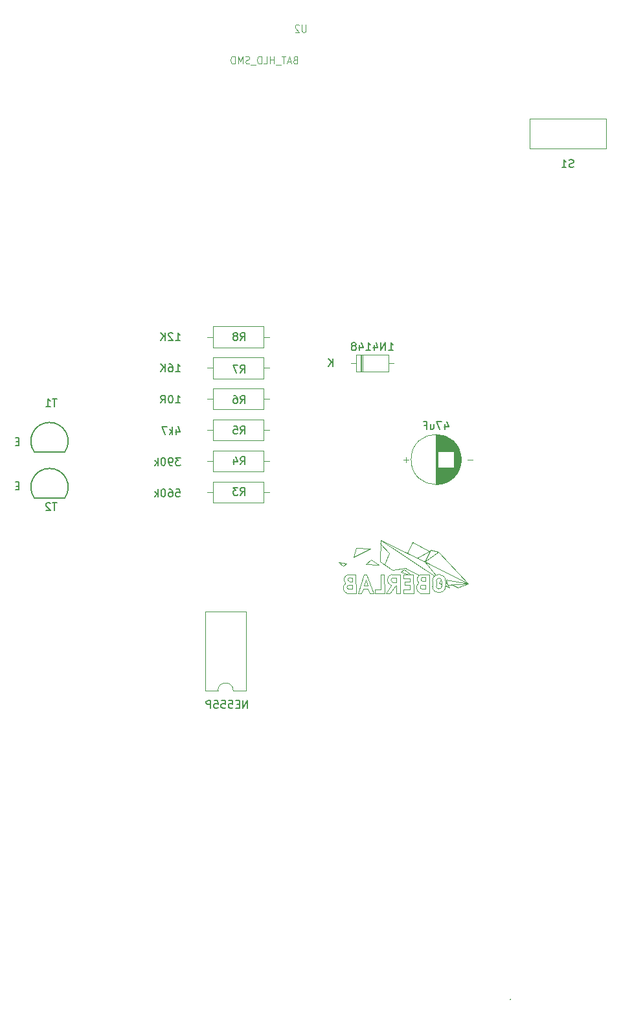
<source format=gbr>
%TF.GenerationSoftware,KiCad,Pcbnew,9.0.6*%
%TF.CreationDate,2025-12-18T17:12:23+01:00*%
%TF.ProjectId,Santa,53616e74-612e-46b6-9963-61645f706362,rev?*%
%TF.SameCoordinates,Original*%
%TF.FileFunction,Legend,Bot*%
%TF.FilePolarity,Positive*%
%FSLAX46Y46*%
G04 Gerber Fmt 4.6, Leading zero omitted, Abs format (unit mm)*
G04 Created by KiCad (PCBNEW 9.0.6) date 2025-12-18 17:12:23*
%MOMM*%
%LPD*%
G01*
G04 APERTURE LIST*
%ADD10C,0.150000*%
%ADD11C,0.050000*%
%ADD12C,0.120000*%
%ADD13C,0.010000*%
G04 APERTURE END LIST*
D10*
X102014285Y-102468990D02*
X101680952Y-102468990D01*
X101538095Y-101945180D02*
X102014285Y-101945180D01*
X102014285Y-101945180D02*
X102014285Y-102945180D01*
X102014285Y-102945180D02*
X101538095Y-102945180D01*
X102014285Y-96668990D02*
X101680952Y-96668990D01*
X101538095Y-96145180D02*
X102014285Y-96145180D01*
X102014285Y-96145180D02*
X102014285Y-97145180D01*
X102014285Y-97145180D02*
X101538095Y-97145180D01*
X104013424Y-98018983D02*
G75*
G02*
X107999999Y-98000000I1986576J1418983D01*
G01*
X104000000Y-98000000D02*
X107999998Y-98000000D01*
X104013424Y-104018983D02*
G75*
G02*
X107999999Y-104000000I1986576J1418983D01*
G01*
X104000000Y-104000000D02*
X107999998Y-104000000D01*
X130966666Y-103654819D02*
X131299999Y-103178628D01*
X131538094Y-103654819D02*
X131538094Y-102654819D01*
X131538094Y-102654819D02*
X131157142Y-102654819D01*
X131157142Y-102654819D02*
X131061904Y-102702438D01*
X131061904Y-102702438D02*
X131014285Y-102750057D01*
X131014285Y-102750057D02*
X130966666Y-102845295D01*
X130966666Y-102845295D02*
X130966666Y-102988152D01*
X130966666Y-102988152D02*
X131014285Y-103083390D01*
X131014285Y-103083390D02*
X131061904Y-103131009D01*
X131061904Y-103131009D02*
X131157142Y-103178628D01*
X131157142Y-103178628D02*
X131538094Y-103178628D01*
X130633332Y-102654819D02*
X130014285Y-102654819D01*
X130014285Y-102654819D02*
X130347618Y-103035771D01*
X130347618Y-103035771D02*
X130204761Y-103035771D01*
X130204761Y-103035771D02*
X130109523Y-103083390D01*
X130109523Y-103083390D02*
X130061904Y-103131009D01*
X130061904Y-103131009D02*
X130014285Y-103226247D01*
X130014285Y-103226247D02*
X130014285Y-103464342D01*
X130014285Y-103464342D02*
X130061904Y-103559580D01*
X130061904Y-103559580D02*
X130109523Y-103607200D01*
X130109523Y-103607200D02*
X130204761Y-103654819D01*
X130204761Y-103654819D02*
X130490475Y-103654819D01*
X130490475Y-103654819D02*
X130585713Y-103607200D01*
X130585713Y-103607200D02*
X130633332Y-103559580D01*
X122538094Y-102854819D02*
X123014284Y-102854819D01*
X123014284Y-102854819D02*
X123061903Y-103331009D01*
X123061903Y-103331009D02*
X123014284Y-103283390D01*
X123014284Y-103283390D02*
X122919046Y-103235771D01*
X122919046Y-103235771D02*
X122680951Y-103235771D01*
X122680951Y-103235771D02*
X122585713Y-103283390D01*
X122585713Y-103283390D02*
X122538094Y-103331009D01*
X122538094Y-103331009D02*
X122490475Y-103426247D01*
X122490475Y-103426247D02*
X122490475Y-103664342D01*
X122490475Y-103664342D02*
X122538094Y-103759580D01*
X122538094Y-103759580D02*
X122585713Y-103807200D01*
X122585713Y-103807200D02*
X122680951Y-103854819D01*
X122680951Y-103854819D02*
X122919046Y-103854819D01*
X122919046Y-103854819D02*
X123014284Y-103807200D01*
X123014284Y-103807200D02*
X123061903Y-103759580D01*
X121633332Y-102854819D02*
X121823808Y-102854819D01*
X121823808Y-102854819D02*
X121919046Y-102902438D01*
X121919046Y-102902438D02*
X121966665Y-102950057D01*
X121966665Y-102950057D02*
X122061903Y-103092914D01*
X122061903Y-103092914D02*
X122109522Y-103283390D01*
X122109522Y-103283390D02*
X122109522Y-103664342D01*
X122109522Y-103664342D02*
X122061903Y-103759580D01*
X122061903Y-103759580D02*
X122014284Y-103807200D01*
X122014284Y-103807200D02*
X121919046Y-103854819D01*
X121919046Y-103854819D02*
X121728570Y-103854819D01*
X121728570Y-103854819D02*
X121633332Y-103807200D01*
X121633332Y-103807200D02*
X121585713Y-103759580D01*
X121585713Y-103759580D02*
X121538094Y-103664342D01*
X121538094Y-103664342D02*
X121538094Y-103426247D01*
X121538094Y-103426247D02*
X121585713Y-103331009D01*
X121585713Y-103331009D02*
X121633332Y-103283390D01*
X121633332Y-103283390D02*
X121728570Y-103235771D01*
X121728570Y-103235771D02*
X121919046Y-103235771D01*
X121919046Y-103235771D02*
X122014284Y-103283390D01*
X122014284Y-103283390D02*
X122061903Y-103331009D01*
X122061903Y-103331009D02*
X122109522Y-103426247D01*
X120919046Y-102854819D02*
X120823808Y-102854819D01*
X120823808Y-102854819D02*
X120728570Y-102902438D01*
X120728570Y-102902438D02*
X120680951Y-102950057D01*
X120680951Y-102950057D02*
X120633332Y-103045295D01*
X120633332Y-103045295D02*
X120585713Y-103235771D01*
X120585713Y-103235771D02*
X120585713Y-103473866D01*
X120585713Y-103473866D02*
X120633332Y-103664342D01*
X120633332Y-103664342D02*
X120680951Y-103759580D01*
X120680951Y-103759580D02*
X120728570Y-103807200D01*
X120728570Y-103807200D02*
X120823808Y-103854819D01*
X120823808Y-103854819D02*
X120919046Y-103854819D01*
X120919046Y-103854819D02*
X121014284Y-103807200D01*
X121014284Y-103807200D02*
X121061903Y-103759580D01*
X121061903Y-103759580D02*
X121109522Y-103664342D01*
X121109522Y-103664342D02*
X121157141Y-103473866D01*
X121157141Y-103473866D02*
X121157141Y-103235771D01*
X121157141Y-103235771D02*
X121109522Y-103045295D01*
X121109522Y-103045295D02*
X121061903Y-102950057D01*
X121061903Y-102950057D02*
X121014284Y-102902438D01*
X121014284Y-102902438D02*
X120919046Y-102854819D01*
X120157141Y-103854819D02*
X120157141Y-102854819D01*
X120061903Y-103473866D02*
X119776189Y-103854819D01*
X119776189Y-103188152D02*
X120157141Y-103569104D01*
X130966666Y-91654819D02*
X131299999Y-91178628D01*
X131538094Y-91654819D02*
X131538094Y-90654819D01*
X131538094Y-90654819D02*
X131157142Y-90654819D01*
X131157142Y-90654819D02*
X131061904Y-90702438D01*
X131061904Y-90702438D02*
X131014285Y-90750057D01*
X131014285Y-90750057D02*
X130966666Y-90845295D01*
X130966666Y-90845295D02*
X130966666Y-90988152D01*
X130966666Y-90988152D02*
X131014285Y-91083390D01*
X131014285Y-91083390D02*
X131061904Y-91131009D01*
X131061904Y-91131009D02*
X131157142Y-91178628D01*
X131157142Y-91178628D02*
X131538094Y-91178628D01*
X130109523Y-90654819D02*
X130299999Y-90654819D01*
X130299999Y-90654819D02*
X130395237Y-90702438D01*
X130395237Y-90702438D02*
X130442856Y-90750057D01*
X130442856Y-90750057D02*
X130538094Y-90892914D01*
X130538094Y-90892914D02*
X130585713Y-91083390D01*
X130585713Y-91083390D02*
X130585713Y-91464342D01*
X130585713Y-91464342D02*
X130538094Y-91559580D01*
X130538094Y-91559580D02*
X130490475Y-91607200D01*
X130490475Y-91607200D02*
X130395237Y-91654819D01*
X130395237Y-91654819D02*
X130204761Y-91654819D01*
X130204761Y-91654819D02*
X130109523Y-91607200D01*
X130109523Y-91607200D02*
X130061904Y-91559580D01*
X130061904Y-91559580D02*
X130014285Y-91464342D01*
X130014285Y-91464342D02*
X130014285Y-91226247D01*
X130014285Y-91226247D02*
X130061904Y-91131009D01*
X130061904Y-91131009D02*
X130109523Y-91083390D01*
X130109523Y-91083390D02*
X130204761Y-91035771D01*
X130204761Y-91035771D02*
X130395237Y-91035771D01*
X130395237Y-91035771D02*
X130490475Y-91083390D01*
X130490475Y-91083390D02*
X130538094Y-91131009D01*
X130538094Y-91131009D02*
X130585713Y-91226247D01*
X122490476Y-91614819D02*
X123061904Y-91614819D01*
X122776190Y-91614819D02*
X122776190Y-90614819D01*
X122776190Y-90614819D02*
X122871428Y-90757676D01*
X122871428Y-90757676D02*
X122966666Y-90852914D01*
X122966666Y-90852914D02*
X123061904Y-90900533D01*
X121871428Y-90614819D02*
X121776190Y-90614819D01*
X121776190Y-90614819D02*
X121680952Y-90662438D01*
X121680952Y-90662438D02*
X121633333Y-90710057D01*
X121633333Y-90710057D02*
X121585714Y-90805295D01*
X121585714Y-90805295D02*
X121538095Y-90995771D01*
X121538095Y-90995771D02*
X121538095Y-91233866D01*
X121538095Y-91233866D02*
X121585714Y-91424342D01*
X121585714Y-91424342D02*
X121633333Y-91519580D01*
X121633333Y-91519580D02*
X121680952Y-91567200D01*
X121680952Y-91567200D02*
X121776190Y-91614819D01*
X121776190Y-91614819D02*
X121871428Y-91614819D01*
X121871428Y-91614819D02*
X121966666Y-91567200D01*
X121966666Y-91567200D02*
X122014285Y-91519580D01*
X122014285Y-91519580D02*
X122061904Y-91424342D01*
X122061904Y-91424342D02*
X122109523Y-91233866D01*
X122109523Y-91233866D02*
X122109523Y-90995771D01*
X122109523Y-90995771D02*
X122061904Y-90805295D01*
X122061904Y-90805295D02*
X122014285Y-90710057D01*
X122014285Y-90710057D02*
X121966666Y-90662438D01*
X121966666Y-90662438D02*
X121871428Y-90614819D01*
X120538095Y-91614819D02*
X120871428Y-91138628D01*
X121109523Y-91614819D02*
X121109523Y-90614819D01*
X121109523Y-90614819D02*
X120728571Y-90614819D01*
X120728571Y-90614819D02*
X120633333Y-90662438D01*
X120633333Y-90662438D02*
X120585714Y-90710057D01*
X120585714Y-90710057D02*
X120538095Y-90805295D01*
X120538095Y-90805295D02*
X120538095Y-90948152D01*
X120538095Y-90948152D02*
X120585714Y-91043390D01*
X120585714Y-91043390D02*
X120633333Y-91091009D01*
X120633333Y-91091009D02*
X120728571Y-91138628D01*
X120728571Y-91138628D02*
X121109523Y-91138628D01*
X130966666Y-95654819D02*
X131299999Y-95178628D01*
X131538094Y-95654819D02*
X131538094Y-94654819D01*
X131538094Y-94654819D02*
X131157142Y-94654819D01*
X131157142Y-94654819D02*
X131061904Y-94702438D01*
X131061904Y-94702438D02*
X131014285Y-94750057D01*
X131014285Y-94750057D02*
X130966666Y-94845295D01*
X130966666Y-94845295D02*
X130966666Y-94988152D01*
X130966666Y-94988152D02*
X131014285Y-95083390D01*
X131014285Y-95083390D02*
X131061904Y-95131009D01*
X131061904Y-95131009D02*
X131157142Y-95178628D01*
X131157142Y-95178628D02*
X131538094Y-95178628D01*
X130061904Y-94654819D02*
X130538094Y-94654819D01*
X130538094Y-94654819D02*
X130585713Y-95131009D01*
X130585713Y-95131009D02*
X130538094Y-95083390D01*
X130538094Y-95083390D02*
X130442856Y-95035771D01*
X130442856Y-95035771D02*
X130204761Y-95035771D01*
X130204761Y-95035771D02*
X130109523Y-95083390D01*
X130109523Y-95083390D02*
X130061904Y-95131009D01*
X130061904Y-95131009D02*
X130014285Y-95226247D01*
X130014285Y-95226247D02*
X130014285Y-95464342D01*
X130014285Y-95464342D02*
X130061904Y-95559580D01*
X130061904Y-95559580D02*
X130109523Y-95607200D01*
X130109523Y-95607200D02*
X130204761Y-95654819D01*
X130204761Y-95654819D02*
X130442856Y-95654819D01*
X130442856Y-95654819D02*
X130538094Y-95607200D01*
X130538094Y-95607200D02*
X130585713Y-95559580D01*
X122585714Y-95028152D02*
X122585714Y-95694819D01*
X122823809Y-94647200D02*
X123061904Y-95361485D01*
X123061904Y-95361485D02*
X122442857Y-95361485D01*
X122061904Y-95694819D02*
X122061904Y-94694819D01*
X121966666Y-95313866D02*
X121680952Y-95694819D01*
X121680952Y-95028152D02*
X122061904Y-95409104D01*
X121347618Y-94694819D02*
X120680952Y-94694819D01*
X120680952Y-94694819D02*
X121109523Y-95694819D01*
X157716666Y-94388152D02*
X157716666Y-95054819D01*
X157954761Y-94007200D02*
X158192856Y-94721485D01*
X158192856Y-94721485D02*
X157573809Y-94721485D01*
X157288094Y-94054819D02*
X156621428Y-94054819D01*
X156621428Y-94054819D02*
X157049999Y-95054819D01*
X155811904Y-94388152D02*
X155811904Y-95054819D01*
X156240475Y-94388152D02*
X156240475Y-94911961D01*
X156240475Y-94911961D02*
X156192856Y-95007200D01*
X156192856Y-95007200D02*
X156097618Y-95054819D01*
X156097618Y-95054819D02*
X155954761Y-95054819D01*
X155954761Y-95054819D02*
X155859523Y-95007200D01*
X155859523Y-95007200D02*
X155811904Y-94959580D01*
X155002380Y-94531009D02*
X155335713Y-94531009D01*
X155335713Y-95054819D02*
X155335713Y-94054819D01*
X155335713Y-94054819D02*
X154859523Y-94054819D01*
X150352857Y-84734819D02*
X150924285Y-84734819D01*
X150638571Y-84734819D02*
X150638571Y-83734819D01*
X150638571Y-83734819D02*
X150733809Y-83877676D01*
X150733809Y-83877676D02*
X150829047Y-83972914D01*
X150829047Y-83972914D02*
X150924285Y-84020533D01*
X149924285Y-84734819D02*
X149924285Y-83734819D01*
X149924285Y-83734819D02*
X149352857Y-84734819D01*
X149352857Y-84734819D02*
X149352857Y-83734819D01*
X148448095Y-84068152D02*
X148448095Y-84734819D01*
X148686190Y-83687200D02*
X148924285Y-84401485D01*
X148924285Y-84401485D02*
X148305238Y-84401485D01*
X147400476Y-84734819D02*
X147971904Y-84734819D01*
X147686190Y-84734819D02*
X147686190Y-83734819D01*
X147686190Y-83734819D02*
X147781428Y-83877676D01*
X147781428Y-83877676D02*
X147876666Y-83972914D01*
X147876666Y-83972914D02*
X147971904Y-84020533D01*
X146543333Y-84068152D02*
X146543333Y-84734819D01*
X146781428Y-83687200D02*
X147019523Y-84401485D01*
X147019523Y-84401485D02*
X146400476Y-84401485D01*
X145876666Y-84163390D02*
X145971904Y-84115771D01*
X145971904Y-84115771D02*
X146019523Y-84068152D01*
X146019523Y-84068152D02*
X146067142Y-83972914D01*
X146067142Y-83972914D02*
X146067142Y-83925295D01*
X146067142Y-83925295D02*
X146019523Y-83830057D01*
X146019523Y-83830057D02*
X145971904Y-83782438D01*
X145971904Y-83782438D02*
X145876666Y-83734819D01*
X145876666Y-83734819D02*
X145686190Y-83734819D01*
X145686190Y-83734819D02*
X145590952Y-83782438D01*
X145590952Y-83782438D02*
X145543333Y-83830057D01*
X145543333Y-83830057D02*
X145495714Y-83925295D01*
X145495714Y-83925295D02*
X145495714Y-83972914D01*
X145495714Y-83972914D02*
X145543333Y-84068152D01*
X145543333Y-84068152D02*
X145590952Y-84115771D01*
X145590952Y-84115771D02*
X145686190Y-84163390D01*
X145686190Y-84163390D02*
X145876666Y-84163390D01*
X145876666Y-84163390D02*
X145971904Y-84211009D01*
X145971904Y-84211009D02*
X146019523Y-84258628D01*
X146019523Y-84258628D02*
X146067142Y-84353866D01*
X146067142Y-84353866D02*
X146067142Y-84544342D01*
X146067142Y-84544342D02*
X146019523Y-84639580D01*
X146019523Y-84639580D02*
X145971904Y-84687200D01*
X145971904Y-84687200D02*
X145876666Y-84734819D01*
X145876666Y-84734819D02*
X145686190Y-84734819D01*
X145686190Y-84734819D02*
X145590952Y-84687200D01*
X145590952Y-84687200D02*
X145543333Y-84639580D01*
X145543333Y-84639580D02*
X145495714Y-84544342D01*
X145495714Y-84544342D02*
X145495714Y-84353866D01*
X145495714Y-84353866D02*
X145543333Y-84258628D01*
X145543333Y-84258628D02*
X145590952Y-84211009D01*
X145590952Y-84211009D02*
X145686190Y-84163390D01*
X143061904Y-86854819D02*
X143061904Y-85854819D01*
X142490476Y-86854819D02*
X142919047Y-86283390D01*
X142490476Y-85854819D02*
X143061904Y-86426247D01*
X130966666Y-83454819D02*
X131299999Y-82978628D01*
X131538094Y-83454819D02*
X131538094Y-82454819D01*
X131538094Y-82454819D02*
X131157142Y-82454819D01*
X131157142Y-82454819D02*
X131061904Y-82502438D01*
X131061904Y-82502438D02*
X131014285Y-82550057D01*
X131014285Y-82550057D02*
X130966666Y-82645295D01*
X130966666Y-82645295D02*
X130966666Y-82788152D01*
X130966666Y-82788152D02*
X131014285Y-82883390D01*
X131014285Y-82883390D02*
X131061904Y-82931009D01*
X131061904Y-82931009D02*
X131157142Y-82978628D01*
X131157142Y-82978628D02*
X131538094Y-82978628D01*
X130395237Y-82883390D02*
X130490475Y-82835771D01*
X130490475Y-82835771D02*
X130538094Y-82788152D01*
X130538094Y-82788152D02*
X130585713Y-82692914D01*
X130585713Y-82692914D02*
X130585713Y-82645295D01*
X130585713Y-82645295D02*
X130538094Y-82550057D01*
X130538094Y-82550057D02*
X130490475Y-82502438D01*
X130490475Y-82502438D02*
X130395237Y-82454819D01*
X130395237Y-82454819D02*
X130204761Y-82454819D01*
X130204761Y-82454819D02*
X130109523Y-82502438D01*
X130109523Y-82502438D02*
X130061904Y-82550057D01*
X130061904Y-82550057D02*
X130014285Y-82645295D01*
X130014285Y-82645295D02*
X130014285Y-82692914D01*
X130014285Y-82692914D02*
X130061904Y-82788152D01*
X130061904Y-82788152D02*
X130109523Y-82835771D01*
X130109523Y-82835771D02*
X130204761Y-82883390D01*
X130204761Y-82883390D02*
X130395237Y-82883390D01*
X130395237Y-82883390D02*
X130490475Y-82931009D01*
X130490475Y-82931009D02*
X130538094Y-82978628D01*
X130538094Y-82978628D02*
X130585713Y-83073866D01*
X130585713Y-83073866D02*
X130585713Y-83264342D01*
X130585713Y-83264342D02*
X130538094Y-83359580D01*
X130538094Y-83359580D02*
X130490475Y-83407200D01*
X130490475Y-83407200D02*
X130395237Y-83454819D01*
X130395237Y-83454819D02*
X130204761Y-83454819D01*
X130204761Y-83454819D02*
X130109523Y-83407200D01*
X130109523Y-83407200D02*
X130061904Y-83359580D01*
X130061904Y-83359580D02*
X130014285Y-83264342D01*
X130014285Y-83264342D02*
X130014285Y-83073866D01*
X130014285Y-83073866D02*
X130061904Y-82978628D01*
X130061904Y-82978628D02*
X130109523Y-82931009D01*
X130109523Y-82931009D02*
X130204761Y-82883390D01*
X122490476Y-83454819D02*
X123061904Y-83454819D01*
X122776190Y-83454819D02*
X122776190Y-82454819D01*
X122776190Y-82454819D02*
X122871428Y-82597676D01*
X122871428Y-82597676D02*
X122966666Y-82692914D01*
X122966666Y-82692914D02*
X123061904Y-82740533D01*
X122109523Y-82550057D02*
X122061904Y-82502438D01*
X122061904Y-82502438D02*
X121966666Y-82454819D01*
X121966666Y-82454819D02*
X121728571Y-82454819D01*
X121728571Y-82454819D02*
X121633333Y-82502438D01*
X121633333Y-82502438D02*
X121585714Y-82550057D01*
X121585714Y-82550057D02*
X121538095Y-82645295D01*
X121538095Y-82645295D02*
X121538095Y-82740533D01*
X121538095Y-82740533D02*
X121585714Y-82883390D01*
X121585714Y-82883390D02*
X122157142Y-83454819D01*
X122157142Y-83454819D02*
X121538095Y-83454819D01*
X121109523Y-83454819D02*
X121109523Y-82454819D01*
X120538095Y-83454819D02*
X120966666Y-82883390D01*
X120538095Y-82454819D02*
X121109523Y-83026247D01*
X130966666Y-99654819D02*
X131299999Y-99178628D01*
X131538094Y-99654819D02*
X131538094Y-98654819D01*
X131538094Y-98654819D02*
X131157142Y-98654819D01*
X131157142Y-98654819D02*
X131061904Y-98702438D01*
X131061904Y-98702438D02*
X131014285Y-98750057D01*
X131014285Y-98750057D02*
X130966666Y-98845295D01*
X130966666Y-98845295D02*
X130966666Y-98988152D01*
X130966666Y-98988152D02*
X131014285Y-99083390D01*
X131014285Y-99083390D02*
X131061904Y-99131009D01*
X131061904Y-99131009D02*
X131157142Y-99178628D01*
X131157142Y-99178628D02*
X131538094Y-99178628D01*
X130109523Y-98988152D02*
X130109523Y-99654819D01*
X130347618Y-98607200D02*
X130585713Y-99321485D01*
X130585713Y-99321485D02*
X129966666Y-99321485D01*
X123109522Y-98774819D02*
X122490475Y-98774819D01*
X122490475Y-98774819D02*
X122823808Y-99155771D01*
X122823808Y-99155771D02*
X122680951Y-99155771D01*
X122680951Y-99155771D02*
X122585713Y-99203390D01*
X122585713Y-99203390D02*
X122538094Y-99251009D01*
X122538094Y-99251009D02*
X122490475Y-99346247D01*
X122490475Y-99346247D02*
X122490475Y-99584342D01*
X122490475Y-99584342D02*
X122538094Y-99679580D01*
X122538094Y-99679580D02*
X122585713Y-99727200D01*
X122585713Y-99727200D02*
X122680951Y-99774819D01*
X122680951Y-99774819D02*
X122966665Y-99774819D01*
X122966665Y-99774819D02*
X123061903Y-99727200D01*
X123061903Y-99727200D02*
X123109522Y-99679580D01*
X122014284Y-99774819D02*
X121823808Y-99774819D01*
X121823808Y-99774819D02*
X121728570Y-99727200D01*
X121728570Y-99727200D02*
X121680951Y-99679580D01*
X121680951Y-99679580D02*
X121585713Y-99536723D01*
X121585713Y-99536723D02*
X121538094Y-99346247D01*
X121538094Y-99346247D02*
X121538094Y-98965295D01*
X121538094Y-98965295D02*
X121585713Y-98870057D01*
X121585713Y-98870057D02*
X121633332Y-98822438D01*
X121633332Y-98822438D02*
X121728570Y-98774819D01*
X121728570Y-98774819D02*
X121919046Y-98774819D01*
X121919046Y-98774819D02*
X122014284Y-98822438D01*
X122014284Y-98822438D02*
X122061903Y-98870057D01*
X122061903Y-98870057D02*
X122109522Y-98965295D01*
X122109522Y-98965295D02*
X122109522Y-99203390D01*
X122109522Y-99203390D02*
X122061903Y-99298628D01*
X122061903Y-99298628D02*
X122014284Y-99346247D01*
X122014284Y-99346247D02*
X121919046Y-99393866D01*
X121919046Y-99393866D02*
X121728570Y-99393866D01*
X121728570Y-99393866D02*
X121633332Y-99346247D01*
X121633332Y-99346247D02*
X121585713Y-99298628D01*
X121585713Y-99298628D02*
X121538094Y-99203390D01*
X120919046Y-98774819D02*
X120823808Y-98774819D01*
X120823808Y-98774819D02*
X120728570Y-98822438D01*
X120728570Y-98822438D02*
X120680951Y-98870057D01*
X120680951Y-98870057D02*
X120633332Y-98965295D01*
X120633332Y-98965295D02*
X120585713Y-99155771D01*
X120585713Y-99155771D02*
X120585713Y-99393866D01*
X120585713Y-99393866D02*
X120633332Y-99584342D01*
X120633332Y-99584342D02*
X120680951Y-99679580D01*
X120680951Y-99679580D02*
X120728570Y-99727200D01*
X120728570Y-99727200D02*
X120823808Y-99774819D01*
X120823808Y-99774819D02*
X120919046Y-99774819D01*
X120919046Y-99774819D02*
X121014284Y-99727200D01*
X121014284Y-99727200D02*
X121061903Y-99679580D01*
X121061903Y-99679580D02*
X121109522Y-99584342D01*
X121109522Y-99584342D02*
X121157141Y-99393866D01*
X121157141Y-99393866D02*
X121157141Y-99155771D01*
X121157141Y-99155771D02*
X121109522Y-98965295D01*
X121109522Y-98965295D02*
X121061903Y-98870057D01*
X121061903Y-98870057D02*
X121014284Y-98822438D01*
X121014284Y-98822438D02*
X120919046Y-98774819D01*
X120157141Y-99774819D02*
X120157141Y-98774819D01*
X120061903Y-99393866D02*
X119776189Y-99774819D01*
X119776189Y-99108152D02*
X120157141Y-99489104D01*
X131866666Y-131454819D02*
X131866666Y-130454819D01*
X131866666Y-130454819D02*
X131295238Y-131454819D01*
X131295238Y-131454819D02*
X131295238Y-130454819D01*
X130819047Y-130931009D02*
X130485714Y-130931009D01*
X130342857Y-131454819D02*
X130819047Y-131454819D01*
X130819047Y-131454819D02*
X130819047Y-130454819D01*
X130819047Y-130454819D02*
X130342857Y-130454819D01*
X129438095Y-130454819D02*
X129914285Y-130454819D01*
X129914285Y-130454819D02*
X129961904Y-130931009D01*
X129961904Y-130931009D02*
X129914285Y-130883390D01*
X129914285Y-130883390D02*
X129819047Y-130835771D01*
X129819047Y-130835771D02*
X129580952Y-130835771D01*
X129580952Y-130835771D02*
X129485714Y-130883390D01*
X129485714Y-130883390D02*
X129438095Y-130931009D01*
X129438095Y-130931009D02*
X129390476Y-131026247D01*
X129390476Y-131026247D02*
X129390476Y-131264342D01*
X129390476Y-131264342D02*
X129438095Y-131359580D01*
X129438095Y-131359580D02*
X129485714Y-131407200D01*
X129485714Y-131407200D02*
X129580952Y-131454819D01*
X129580952Y-131454819D02*
X129819047Y-131454819D01*
X129819047Y-131454819D02*
X129914285Y-131407200D01*
X129914285Y-131407200D02*
X129961904Y-131359580D01*
X128485714Y-130454819D02*
X128961904Y-130454819D01*
X128961904Y-130454819D02*
X129009523Y-130931009D01*
X129009523Y-130931009D02*
X128961904Y-130883390D01*
X128961904Y-130883390D02*
X128866666Y-130835771D01*
X128866666Y-130835771D02*
X128628571Y-130835771D01*
X128628571Y-130835771D02*
X128533333Y-130883390D01*
X128533333Y-130883390D02*
X128485714Y-130931009D01*
X128485714Y-130931009D02*
X128438095Y-131026247D01*
X128438095Y-131026247D02*
X128438095Y-131264342D01*
X128438095Y-131264342D02*
X128485714Y-131359580D01*
X128485714Y-131359580D02*
X128533333Y-131407200D01*
X128533333Y-131407200D02*
X128628571Y-131454819D01*
X128628571Y-131454819D02*
X128866666Y-131454819D01*
X128866666Y-131454819D02*
X128961904Y-131407200D01*
X128961904Y-131407200D02*
X129009523Y-131359580D01*
X127533333Y-130454819D02*
X128009523Y-130454819D01*
X128009523Y-130454819D02*
X128057142Y-130931009D01*
X128057142Y-130931009D02*
X128009523Y-130883390D01*
X128009523Y-130883390D02*
X127914285Y-130835771D01*
X127914285Y-130835771D02*
X127676190Y-130835771D01*
X127676190Y-130835771D02*
X127580952Y-130883390D01*
X127580952Y-130883390D02*
X127533333Y-130931009D01*
X127533333Y-130931009D02*
X127485714Y-131026247D01*
X127485714Y-131026247D02*
X127485714Y-131264342D01*
X127485714Y-131264342D02*
X127533333Y-131359580D01*
X127533333Y-131359580D02*
X127580952Y-131407200D01*
X127580952Y-131407200D02*
X127676190Y-131454819D01*
X127676190Y-131454819D02*
X127914285Y-131454819D01*
X127914285Y-131454819D02*
X128009523Y-131407200D01*
X128009523Y-131407200D02*
X128057142Y-131359580D01*
X127057142Y-131454819D02*
X127057142Y-130454819D01*
X127057142Y-130454819D02*
X126676190Y-130454819D01*
X126676190Y-130454819D02*
X126580952Y-130502438D01*
X126580952Y-130502438D02*
X126533333Y-130550057D01*
X126533333Y-130550057D02*
X126485714Y-130645295D01*
X126485714Y-130645295D02*
X126485714Y-130788152D01*
X126485714Y-130788152D02*
X126533333Y-130883390D01*
X126533333Y-130883390D02*
X126580952Y-130931009D01*
X126580952Y-130931009D02*
X126676190Y-130978628D01*
X126676190Y-130978628D02*
X127057142Y-130978628D01*
X130966666Y-87654819D02*
X131299999Y-87178628D01*
X131538094Y-87654819D02*
X131538094Y-86654819D01*
X131538094Y-86654819D02*
X131157142Y-86654819D01*
X131157142Y-86654819D02*
X131061904Y-86702438D01*
X131061904Y-86702438D02*
X131014285Y-86750057D01*
X131014285Y-86750057D02*
X130966666Y-86845295D01*
X130966666Y-86845295D02*
X130966666Y-86988152D01*
X130966666Y-86988152D02*
X131014285Y-87083390D01*
X131014285Y-87083390D02*
X131061904Y-87131009D01*
X131061904Y-87131009D02*
X131157142Y-87178628D01*
X131157142Y-87178628D02*
X131538094Y-87178628D01*
X130633332Y-86654819D02*
X129966666Y-86654819D01*
X129966666Y-86654819D02*
X130395237Y-87654819D01*
X122490476Y-87534819D02*
X123061904Y-87534819D01*
X122776190Y-87534819D02*
X122776190Y-86534819D01*
X122776190Y-86534819D02*
X122871428Y-86677676D01*
X122871428Y-86677676D02*
X122966666Y-86772914D01*
X122966666Y-86772914D02*
X123061904Y-86820533D01*
X121633333Y-86534819D02*
X121823809Y-86534819D01*
X121823809Y-86534819D02*
X121919047Y-86582438D01*
X121919047Y-86582438D02*
X121966666Y-86630057D01*
X121966666Y-86630057D02*
X122061904Y-86772914D01*
X122061904Y-86772914D02*
X122109523Y-86963390D01*
X122109523Y-86963390D02*
X122109523Y-87344342D01*
X122109523Y-87344342D02*
X122061904Y-87439580D01*
X122061904Y-87439580D02*
X122014285Y-87487200D01*
X122014285Y-87487200D02*
X121919047Y-87534819D01*
X121919047Y-87534819D02*
X121728571Y-87534819D01*
X121728571Y-87534819D02*
X121633333Y-87487200D01*
X121633333Y-87487200D02*
X121585714Y-87439580D01*
X121585714Y-87439580D02*
X121538095Y-87344342D01*
X121538095Y-87344342D02*
X121538095Y-87106247D01*
X121538095Y-87106247D02*
X121585714Y-87011009D01*
X121585714Y-87011009D02*
X121633333Y-86963390D01*
X121633333Y-86963390D02*
X121728571Y-86915771D01*
X121728571Y-86915771D02*
X121919047Y-86915771D01*
X121919047Y-86915771D02*
X122014285Y-86963390D01*
X122014285Y-86963390D02*
X122061904Y-87011009D01*
X122061904Y-87011009D02*
X122109523Y-87106247D01*
X121109523Y-87534819D02*
X121109523Y-86534819D01*
X120538095Y-87534819D02*
X120966666Y-86963390D01*
X120538095Y-86534819D02*
X121109523Y-87106247D01*
X174501904Y-60807200D02*
X174359047Y-60854819D01*
X174359047Y-60854819D02*
X174120952Y-60854819D01*
X174120952Y-60854819D02*
X174025714Y-60807200D01*
X174025714Y-60807200D02*
X173978095Y-60759580D01*
X173978095Y-60759580D02*
X173930476Y-60664342D01*
X173930476Y-60664342D02*
X173930476Y-60569104D01*
X173930476Y-60569104D02*
X173978095Y-60473866D01*
X173978095Y-60473866D02*
X174025714Y-60426247D01*
X174025714Y-60426247D02*
X174120952Y-60378628D01*
X174120952Y-60378628D02*
X174311428Y-60331009D01*
X174311428Y-60331009D02*
X174406666Y-60283390D01*
X174406666Y-60283390D02*
X174454285Y-60235771D01*
X174454285Y-60235771D02*
X174501904Y-60140533D01*
X174501904Y-60140533D02*
X174501904Y-60045295D01*
X174501904Y-60045295D02*
X174454285Y-59950057D01*
X174454285Y-59950057D02*
X174406666Y-59902438D01*
X174406666Y-59902438D02*
X174311428Y-59854819D01*
X174311428Y-59854819D02*
X174073333Y-59854819D01*
X174073333Y-59854819D02*
X173930476Y-59902438D01*
X172978095Y-60854819D02*
X173549523Y-60854819D01*
X173263809Y-60854819D02*
X173263809Y-59854819D01*
X173263809Y-59854819D02*
X173359047Y-59997676D01*
X173359047Y-59997676D02*
X173454285Y-60092914D01*
X173454285Y-60092914D02*
X173549523Y-60140533D01*
D11*
X139515714Y-42220019D02*
X139515714Y-43029542D01*
X139515714Y-43029542D02*
X139472857Y-43124780D01*
X139472857Y-43124780D02*
X139430000Y-43172400D01*
X139430000Y-43172400D02*
X139344285Y-43220019D01*
X139344285Y-43220019D02*
X139172857Y-43220019D01*
X139172857Y-43220019D02*
X139087142Y-43172400D01*
X139087142Y-43172400D02*
X139044285Y-43124780D01*
X139044285Y-43124780D02*
X139001428Y-43029542D01*
X139001428Y-43029542D02*
X139001428Y-42220019D01*
X138615714Y-42315257D02*
X138572857Y-42267638D01*
X138572857Y-42267638D02*
X138487143Y-42220019D01*
X138487143Y-42220019D02*
X138272857Y-42220019D01*
X138272857Y-42220019D02*
X138187143Y-42267638D01*
X138187143Y-42267638D02*
X138144285Y-42315257D01*
X138144285Y-42315257D02*
X138101428Y-42410495D01*
X138101428Y-42410495D02*
X138101428Y-42505733D01*
X138101428Y-42505733D02*
X138144285Y-42648590D01*
X138144285Y-42648590D02*
X138658571Y-43220019D01*
X138658571Y-43220019D02*
X138101428Y-43220019D01*
X138108570Y-46816209D02*
X137979998Y-46863828D01*
X137979998Y-46863828D02*
X137937141Y-46911447D01*
X137937141Y-46911447D02*
X137894284Y-47006685D01*
X137894284Y-47006685D02*
X137894284Y-47149542D01*
X137894284Y-47149542D02*
X137937141Y-47244780D01*
X137937141Y-47244780D02*
X137979998Y-47292400D01*
X137979998Y-47292400D02*
X138065713Y-47340019D01*
X138065713Y-47340019D02*
X138408570Y-47340019D01*
X138408570Y-47340019D02*
X138408570Y-46340019D01*
X138408570Y-46340019D02*
X138108570Y-46340019D01*
X138108570Y-46340019D02*
X138022856Y-46387638D01*
X138022856Y-46387638D02*
X137979998Y-46435257D01*
X137979998Y-46435257D02*
X137937141Y-46530495D01*
X137937141Y-46530495D02*
X137937141Y-46625733D01*
X137937141Y-46625733D02*
X137979998Y-46720971D01*
X137979998Y-46720971D02*
X138022856Y-46768590D01*
X138022856Y-46768590D02*
X138108570Y-46816209D01*
X138108570Y-46816209D02*
X138408570Y-46816209D01*
X137551427Y-47054304D02*
X137122856Y-47054304D01*
X137637141Y-47340019D02*
X137337141Y-46340019D01*
X137337141Y-46340019D02*
X137037141Y-47340019D01*
X136865712Y-46340019D02*
X136351427Y-46340019D01*
X136608569Y-47340019D02*
X136608569Y-46340019D01*
X136265713Y-47435257D02*
X135579998Y-47435257D01*
X135365713Y-47340019D02*
X135365713Y-46340019D01*
X135365713Y-46816209D02*
X134851427Y-46816209D01*
X134851427Y-47340019D02*
X134851427Y-46340019D01*
X133994284Y-47340019D02*
X134422856Y-47340019D01*
X134422856Y-47340019D02*
X134422856Y-46340019D01*
X133694285Y-47340019D02*
X133694285Y-46340019D01*
X133694285Y-46340019D02*
X133479999Y-46340019D01*
X133479999Y-46340019D02*
X133351428Y-46387638D01*
X133351428Y-46387638D02*
X133265713Y-46482876D01*
X133265713Y-46482876D02*
X133222856Y-46578114D01*
X133222856Y-46578114D02*
X133179999Y-46768590D01*
X133179999Y-46768590D02*
X133179999Y-46911447D01*
X133179999Y-46911447D02*
X133222856Y-47101923D01*
X133222856Y-47101923D02*
X133265713Y-47197161D01*
X133265713Y-47197161D02*
X133351428Y-47292400D01*
X133351428Y-47292400D02*
X133479999Y-47340019D01*
X133479999Y-47340019D02*
X133694285Y-47340019D01*
X133008571Y-47435257D02*
X132322856Y-47435257D01*
X132151428Y-47292400D02*
X132022857Y-47340019D01*
X132022857Y-47340019D02*
X131808571Y-47340019D01*
X131808571Y-47340019D02*
X131722857Y-47292400D01*
X131722857Y-47292400D02*
X131679999Y-47244780D01*
X131679999Y-47244780D02*
X131637142Y-47149542D01*
X131637142Y-47149542D02*
X131637142Y-47054304D01*
X131637142Y-47054304D02*
X131679999Y-46959066D01*
X131679999Y-46959066D02*
X131722857Y-46911447D01*
X131722857Y-46911447D02*
X131808571Y-46863828D01*
X131808571Y-46863828D02*
X131979999Y-46816209D01*
X131979999Y-46816209D02*
X132065714Y-46768590D01*
X132065714Y-46768590D02*
X132108571Y-46720971D01*
X132108571Y-46720971D02*
X132151428Y-46625733D01*
X132151428Y-46625733D02*
X132151428Y-46530495D01*
X132151428Y-46530495D02*
X132108571Y-46435257D01*
X132108571Y-46435257D02*
X132065714Y-46387638D01*
X132065714Y-46387638D02*
X131979999Y-46340019D01*
X131979999Y-46340019D02*
X131765714Y-46340019D01*
X131765714Y-46340019D02*
X131637142Y-46387638D01*
X131251428Y-47340019D02*
X131251428Y-46340019D01*
X131251428Y-46340019D02*
X130951428Y-47054304D01*
X130951428Y-47054304D02*
X130651428Y-46340019D01*
X130651428Y-46340019D02*
X130651428Y-47340019D01*
X130222857Y-47340019D02*
X130222857Y-46340019D01*
X130222857Y-46340019D02*
X130008571Y-46340019D01*
X130008571Y-46340019D02*
X129880000Y-46387638D01*
X129880000Y-46387638D02*
X129794285Y-46482876D01*
X129794285Y-46482876D02*
X129751428Y-46578114D01*
X129751428Y-46578114D02*
X129708571Y-46768590D01*
X129708571Y-46768590D02*
X129708571Y-46911447D01*
X129708571Y-46911447D02*
X129751428Y-47101923D01*
X129751428Y-47101923D02*
X129794285Y-47197161D01*
X129794285Y-47197161D02*
X129880000Y-47292400D01*
X129880000Y-47292400D02*
X130008571Y-47340019D01*
X130008571Y-47340019D02*
X130222857Y-47340019D01*
D10*
X106961904Y-104654819D02*
X106390476Y-104654819D01*
X106676190Y-105654819D02*
X106676190Y-104654819D01*
X106104761Y-104750057D02*
X106057142Y-104702438D01*
X106057142Y-104702438D02*
X105961904Y-104654819D01*
X105961904Y-104654819D02*
X105723809Y-104654819D01*
X105723809Y-104654819D02*
X105628571Y-104702438D01*
X105628571Y-104702438D02*
X105580952Y-104750057D01*
X105580952Y-104750057D02*
X105533333Y-104845295D01*
X105533333Y-104845295D02*
X105533333Y-104940533D01*
X105533333Y-104940533D02*
X105580952Y-105083390D01*
X105580952Y-105083390D02*
X106152380Y-105654819D01*
X106152380Y-105654819D02*
X105533333Y-105654819D01*
X106961904Y-91054819D02*
X106390476Y-91054819D01*
X106676190Y-92054819D02*
X106676190Y-91054819D01*
X105533333Y-92054819D02*
X106104761Y-92054819D01*
X105819047Y-92054819D02*
X105819047Y-91054819D01*
X105819047Y-91054819D02*
X105914285Y-91197676D01*
X105914285Y-91197676D02*
X106009523Y-91292914D01*
X106009523Y-91292914D02*
X106104761Y-91340533D01*
D11*
%TO.C,G\u002A\u002A\u002A*%
X153500000Y-109775000D02*
X155700000Y-110950000D01*
X155700000Y-110950000D02*
X154125000Y-111850000D01*
X160725000Y-115200000D02*
X159400000Y-115675000D01*
X157825000Y-114725000D02*
X158050000Y-115350000D01*
X158050000Y-115350000D02*
X160725000Y-115200000D01*
X152500000Y-113200000D02*
X154325000Y-114100000D01*
X150825000Y-113425000D02*
X152500000Y-113200000D01*
X149200000Y-112300000D02*
X150825000Y-113425000D01*
X160725000Y-115200000D02*
X156825000Y-111025000D01*
X160725000Y-115200000D02*
X157825000Y-114725000D01*
D12*
X150875000Y-114450000D02*
X151325000Y-114450000D01*
D11*
X152375000Y-113375000D02*
X151975000Y-113650000D01*
X153150000Y-113975000D02*
X152375000Y-113375000D01*
D12*
X151825000Y-114000000D02*
X151825000Y-116450000D01*
X155125000Y-115900000D02*
X154675000Y-115900000D01*
X155625000Y-114000000D02*
X155675000Y-116450000D01*
D11*
X156825000Y-111025000D02*
X155800000Y-110775000D01*
X144400000Y-112925000D02*
X144825000Y-112600000D01*
D12*
X155125000Y-115400000D02*
X155125000Y-115900000D01*
D11*
X143825000Y-112450000D02*
X144400000Y-112925000D01*
D12*
X150475000Y-116450000D02*
X150075000Y-116450000D01*
X152275000Y-116450000D02*
X152275000Y-115950000D01*
X151375000Y-115500000D02*
X151225000Y-115500000D01*
X151825000Y-116450000D02*
X151375000Y-116450000D01*
D11*
X152750000Y-111200000D02*
X149275000Y-109575000D01*
X148050000Y-112075000D02*
X147350000Y-112650000D01*
X152750000Y-111200000D02*
X155075000Y-112350000D01*
X149275000Y-109575000D02*
X149200000Y-112300000D01*
D12*
X145550000Y-115925000D02*
X145100000Y-115925000D01*
X149975000Y-116450000D02*
X150675000Y-115500000D01*
X151325000Y-114450000D02*
X151325000Y-115000000D01*
X145550000Y-114925000D02*
X145250000Y-114925000D01*
D11*
X146125000Y-110550000D02*
X147925000Y-110600000D01*
X156900000Y-115100000D02*
X157275000Y-115275000D01*
X156375000Y-114175000D02*
X149275000Y-109575000D01*
X147925000Y-110600000D02*
X145775000Y-111725000D01*
X158325000Y-115725000D02*
X157750000Y-114925000D01*
X147350000Y-112650000D02*
X149025000Y-112750000D01*
D12*
X145550000Y-114475000D02*
X145550000Y-114925000D01*
X155125000Y-114400000D02*
X154875000Y-114400000D01*
X151325000Y-115000000D02*
X150825000Y-115000000D01*
X153125000Y-115950000D02*
X153125000Y-115400000D01*
X152275000Y-115950000D02*
X153125000Y-115950000D01*
X156575000Y-114850000D02*
X156575000Y-115500000D01*
D11*
X151975000Y-113650000D02*
X152950000Y-114000000D01*
X156825000Y-111025000D02*
X155075000Y-112350000D01*
X157225000Y-114700000D02*
X156900000Y-115100000D01*
D12*
X154725000Y-114013605D02*
X155625000Y-114000000D01*
D11*
X157775000Y-115450000D02*
X158325000Y-115725000D01*
X144825000Y-112600000D02*
X143825000Y-112450000D01*
D12*
X145550000Y-114425000D02*
X145300000Y-114425000D01*
X155124999Y-115395050D02*
X154724999Y-115395050D01*
X145150000Y-114038605D02*
X146050000Y-114025000D01*
D11*
X155075000Y-112350000D02*
X160725000Y-115200000D01*
D12*
X147325000Y-114725000D02*
X147600000Y-115475000D01*
X147100000Y-115475000D02*
X147325000Y-114725000D01*
X153525000Y-116450000D02*
X152275000Y-116450000D01*
X150716269Y-113994594D02*
X151825000Y-114000000D01*
X145549999Y-115420050D02*
X145149999Y-115420050D01*
X145550000Y-115425000D02*
X145550000Y-115925000D01*
X146100000Y-116475000D02*
X144900000Y-116475000D01*
D11*
X159400000Y-115675000D02*
X158575000Y-115325000D01*
D12*
X155675000Y-116450000D02*
X154475000Y-116450000D01*
X157275000Y-114850000D02*
X157275000Y-115550000D01*
D11*
X150375000Y-111200000D02*
X149800000Y-112700000D01*
X149250000Y-109975000D02*
X150375000Y-111200000D01*
X149050000Y-112750000D02*
X148050000Y-112075000D01*
D12*
X146050000Y-114025000D02*
X146100000Y-116475000D01*
D11*
X153500000Y-109775000D02*
X152750000Y-111200000D01*
X155800000Y-110775000D02*
X155075000Y-112350000D01*
X145775000Y-111725000D02*
X146125000Y-110550000D01*
D12*
X151375000Y-116450000D02*
X151375000Y-115500000D01*
X150075000Y-116450000D02*
X149975000Y-116450000D01*
X151225000Y-115500000D02*
X150475000Y-116450000D01*
X148550000Y-116000000D02*
X148550000Y-116450000D01*
X147025000Y-115875000D02*
X146775000Y-116475000D01*
X147875000Y-116475000D02*
X147625000Y-115875000D01*
X153125000Y-114500000D02*
X152275000Y-114500000D01*
X155125000Y-114900000D02*
X154825000Y-114900000D01*
X147600000Y-115475000D02*
X147100000Y-115475000D01*
X152275000Y-114000000D02*
X153575000Y-114000000D01*
X147475000Y-114025000D02*
X148375000Y-116475000D01*
X153125000Y-115400000D02*
X152475000Y-115400000D01*
X152275000Y-114500000D02*
X152275000Y-114000000D01*
X147875000Y-116475000D02*
X148375000Y-116475000D01*
D11*
X155075000Y-112350000D02*
X156550000Y-114075000D01*
D12*
X149325000Y-114000000D02*
X149300000Y-116000000D01*
X149800000Y-116450000D02*
X149775000Y-114000000D01*
X152475000Y-115400000D02*
X152475000Y-114950000D01*
X146775000Y-116475000D02*
X146375000Y-116475000D01*
X147150000Y-114025000D02*
X147475000Y-114025000D01*
X152475000Y-114950000D02*
X153125000Y-114950000D01*
X155125000Y-114450000D02*
X155125000Y-114900000D01*
X153125000Y-114950000D02*
X153125000Y-114500000D01*
X146375000Y-116475000D02*
X147150000Y-114025000D01*
X153625000Y-116450000D02*
X153525000Y-116450000D01*
X153575000Y-114000000D02*
X153625000Y-116450000D01*
X156075000Y-114850000D02*
X156075000Y-115550000D01*
X157775000Y-115550000D02*
X157775000Y-114850000D01*
X149775000Y-114000000D02*
X149325000Y-114000000D01*
D13*
X166272361Y-169445226D02*
X166208542Y-169509045D01*
X166144723Y-169445226D01*
X166208542Y-169381407D01*
X166272361Y-169445226D01*
G36*
X166272361Y-169445226D02*
G01*
X166208542Y-169509045D01*
X166144723Y-169445226D01*
X166208542Y-169381407D01*
X166272361Y-169445226D01*
G37*
D12*
X148550000Y-116450000D02*
X149800000Y-116450000D01*
X149300000Y-116000000D02*
X148550000Y-116000000D01*
X147625000Y-115875000D02*
X147025000Y-115875000D01*
X154825000Y-114900000D02*
G75*
G02*
X154885634Y-114407464I0J250000D01*
G01*
X154275001Y-115099999D02*
G75*
G02*
X154725000Y-114013605I449999J449999D01*
G01*
X156075000Y-114850000D02*
G75*
G02*
X157775000Y-114850000I850000J0D01*
G01*
X154675001Y-115899999D02*
G75*
G02*
X154724999Y-115395050I49999J249999D01*
G01*
X144700001Y-115124999D02*
G75*
G02*
X145150000Y-114038605I449999J449999D01*
G01*
X154475001Y-116449999D02*
G75*
G02*
X154298744Y-115141063I249999J699999D01*
G01*
X145250000Y-114925000D02*
G75*
G02*
X145310634Y-114432464I0J250000D01*
G01*
X145100001Y-115924999D02*
G75*
G02*
X145149999Y-115420050I49999J249999D01*
G01*
X156575000Y-114850000D02*
G75*
G02*
X157275000Y-114850000I350000J0D01*
G01*
X157275000Y-115550000D02*
G75*
G02*
X156575000Y-115550000I-350000J0D01*
G01*
X150825001Y-114999999D02*
G75*
G02*
X150825001Y-114450001I124999J274999D01*
G01*
X144900001Y-116474999D02*
G75*
G02*
X144723744Y-115166063I249999J699999D01*
G01*
X157775000Y-115550000D02*
G75*
G02*
X156075000Y-115550000I-850000J0D01*
G01*
X150700001Y-115449999D02*
G75*
G02*
X150716269Y-113994594I249999J724999D01*
G01*
%TO.C,R3*%
X127410000Y-104620000D02*
X133950000Y-104620000D01*
X133950000Y-101880000D01*
X127410000Y-101880000D01*
X127410000Y-104620000D01*
X134720000Y-103250000D02*
X133950000Y-103250000D01*
X126640000Y-103250000D02*
X127410000Y-103250000D01*
%TO.C,R6*%
X127410000Y-92470000D02*
X133950000Y-92470000D01*
X133950000Y-89730000D01*
X127410000Y-89730000D01*
X127410000Y-92470000D01*
X134720000Y-91100000D02*
X133950000Y-91100000D01*
X126640000Y-91100000D02*
X127410000Y-91100000D01*
%TO.C,R5*%
X127410000Y-96520000D02*
X133950000Y-96520000D01*
X133950000Y-93780000D01*
X127410000Y-93780000D01*
X127410000Y-96520000D01*
X134720000Y-95150000D02*
X133950000Y-95150000D01*
X126640000Y-95150000D02*
X127410000Y-95150000D01*
%TO.C,C1*%
X159820000Y-99000000D02*
G75*
G02*
X153280000Y-99000000I-3270000J0D01*
G01*
X153280000Y-99000000D02*
G75*
G02*
X159820000Y-99000000I3270000J0D01*
G01*
X160670000Y-99000000D02*
X161300000Y-99000000D01*
X159791000Y-99402000D02*
X159791000Y-98598000D01*
X159751000Y-99633000D02*
X159751000Y-98367000D01*
X159711000Y-99802000D02*
X159711000Y-98198000D01*
X159671000Y-99940000D02*
X159671000Y-98060000D01*
X159631000Y-100059000D02*
X159631000Y-97941000D01*
X159591000Y-100165000D02*
X159591000Y-97835000D01*
X159551000Y-100262000D02*
X159551000Y-97738000D01*
X159511000Y-100350000D02*
X159511000Y-97650000D01*
X159471000Y-100432000D02*
X159471000Y-97568000D01*
X159431000Y-100509000D02*
X159431000Y-97491000D01*
X159391000Y-100581000D02*
X159391000Y-97419000D01*
X159351000Y-100650000D02*
X159351000Y-97350000D01*
X159311000Y-100714000D02*
X159311000Y-97286000D01*
X159271000Y-100776000D02*
X159271000Y-97224000D01*
X159231000Y-100834000D02*
X159231000Y-97166000D01*
X159191000Y-100890000D02*
X159191000Y-97110000D01*
X159151000Y-100944000D02*
X159151000Y-97056000D01*
X159111000Y-100995000D02*
X159111000Y-97005000D01*
X159071000Y-101044000D02*
X159071000Y-96956000D01*
X159031000Y-101092000D02*
X159031000Y-96908000D01*
X158991000Y-101137000D02*
X158991000Y-96863000D01*
X158951000Y-101182000D02*
X158951000Y-96818000D01*
X158911000Y-101224000D02*
X158911000Y-96776000D01*
X158871000Y-101265000D02*
X158871000Y-96735000D01*
X158831000Y-97960000D02*
X158831000Y-96695000D01*
X158831000Y-101305000D02*
X158831000Y-100040000D01*
X158791000Y-97960000D02*
X158791000Y-96657000D01*
X158791000Y-101343000D02*
X158791000Y-100040000D01*
X158751000Y-97960000D02*
X158751000Y-96620000D01*
X158751000Y-101380000D02*
X158751000Y-100040000D01*
X158711000Y-97960000D02*
X158711000Y-96584000D01*
X158711000Y-101416000D02*
X158711000Y-100040000D01*
X158671000Y-97960000D02*
X158671000Y-96550000D01*
X158671000Y-101450000D02*
X158671000Y-100040000D01*
X158631000Y-97960000D02*
X158631000Y-96516000D01*
X158631000Y-101484000D02*
X158631000Y-100040000D01*
X158591000Y-97960000D02*
X158591000Y-96484000D01*
X158591000Y-101516000D02*
X158591000Y-100040000D01*
X158551000Y-97960000D02*
X158551000Y-96452000D01*
X158551000Y-101548000D02*
X158551000Y-100040000D01*
X158511000Y-97960000D02*
X158511000Y-96422000D01*
X158511000Y-101578000D02*
X158511000Y-100040000D01*
X158471000Y-97960000D02*
X158471000Y-96393000D01*
X158471000Y-101607000D02*
X158471000Y-100040000D01*
X158431000Y-97960000D02*
X158431000Y-96364000D01*
X158431000Y-101636000D02*
X158431000Y-100040000D01*
X158391000Y-97960000D02*
X158391000Y-96336000D01*
X158391000Y-101664000D02*
X158391000Y-100040000D01*
X158351000Y-97960000D02*
X158351000Y-96310000D01*
X158351000Y-101690000D02*
X158351000Y-100040000D01*
X158311000Y-97960000D02*
X158311000Y-96284000D01*
X158311000Y-101716000D02*
X158311000Y-100040000D01*
X158271000Y-97960000D02*
X158271000Y-96258000D01*
X158271000Y-101742000D02*
X158271000Y-100040000D01*
X158231000Y-97960000D02*
X158231000Y-96234000D01*
X158231000Y-101766000D02*
X158231000Y-100040000D01*
X158191000Y-97960000D02*
X158191000Y-96210000D01*
X158191000Y-101790000D02*
X158191000Y-100040000D01*
X158151000Y-97960000D02*
X158151000Y-96188000D01*
X158151000Y-101812000D02*
X158151000Y-100040000D01*
X158111000Y-97960000D02*
X158111000Y-96166000D01*
X158111000Y-101834000D02*
X158111000Y-100040000D01*
X158071000Y-97960000D02*
X158071000Y-96144000D01*
X158071000Y-101856000D02*
X158071000Y-100040000D01*
X158031000Y-97960000D02*
X158031000Y-96124000D01*
X158031000Y-101876000D02*
X158031000Y-100040000D01*
X157991000Y-97960000D02*
X157991000Y-96104000D01*
X157991000Y-101896000D02*
X157991000Y-100040000D01*
X157951000Y-97960000D02*
X157951000Y-96084000D01*
X157951000Y-101916000D02*
X157951000Y-100040000D01*
X157911000Y-97960000D02*
X157911000Y-96066000D01*
X157911000Y-101934000D02*
X157911000Y-100040000D01*
X157871000Y-97960000D02*
X157871000Y-96048000D01*
X157871000Y-101952000D02*
X157871000Y-100040000D01*
X157831000Y-97960000D02*
X157831000Y-96030000D01*
X157831000Y-101970000D02*
X157831000Y-100040000D01*
X157791000Y-97960000D02*
X157791000Y-96014000D01*
X157791000Y-101986000D02*
X157791000Y-100040000D01*
X157751000Y-97960000D02*
X157751000Y-95998000D01*
X157751000Y-102002000D02*
X157751000Y-100040000D01*
X157711000Y-97960000D02*
X157711000Y-95982000D01*
X157711000Y-102018000D02*
X157711000Y-100040000D01*
X157671000Y-97960000D02*
X157671000Y-95967000D01*
X157671000Y-102033000D02*
X157671000Y-100040000D01*
X157631000Y-97960000D02*
X157631000Y-95953000D01*
X157631000Y-102047000D02*
X157631000Y-100040000D01*
X157591000Y-97960000D02*
X157591000Y-95939000D01*
X157591000Y-102061000D02*
X157591000Y-100040000D01*
X157551000Y-97960000D02*
X157551000Y-95926000D01*
X157551000Y-102074000D02*
X157551000Y-100040000D01*
X157511000Y-97960000D02*
X157511000Y-95914000D01*
X157511000Y-102086000D02*
X157511000Y-100040000D01*
X157471000Y-97960000D02*
X157471000Y-95902000D01*
X157471000Y-102098000D02*
X157471000Y-100040000D01*
X157431000Y-97960000D02*
X157431000Y-95890000D01*
X157431000Y-102110000D02*
X157431000Y-100040000D01*
X157391000Y-97960000D02*
X157391000Y-95879000D01*
X157391000Y-102121000D02*
X157391000Y-100040000D01*
X157351000Y-97960000D02*
X157351000Y-95869000D01*
X157351000Y-102131000D02*
X157351000Y-100040000D01*
X157311000Y-97960000D02*
X157311000Y-95859000D01*
X157311000Y-102141000D02*
X157311000Y-100040000D01*
X157271000Y-97960000D02*
X157271000Y-95850000D01*
X157271000Y-102150000D02*
X157271000Y-100040000D01*
X157230000Y-97960000D02*
X157230000Y-95841000D01*
X157230000Y-102159000D02*
X157230000Y-100040000D01*
X157190000Y-97960000D02*
X157190000Y-95833000D01*
X157190000Y-102167000D02*
X157190000Y-100040000D01*
X157150000Y-97960000D02*
X157150000Y-95825000D01*
X157150000Y-102175000D02*
X157150000Y-100040000D01*
X157110000Y-97960000D02*
X157110000Y-95818000D01*
X157110000Y-102182000D02*
X157110000Y-100040000D01*
X157070000Y-97960000D02*
X157070000Y-95811000D01*
X157070000Y-102189000D02*
X157070000Y-100040000D01*
X157030000Y-97960000D02*
X157030000Y-95805000D01*
X157030000Y-102195000D02*
X157030000Y-100040000D01*
X156990000Y-97960000D02*
X156990000Y-95799000D01*
X156990000Y-102201000D02*
X156990000Y-100040000D01*
X156950000Y-97960000D02*
X156950000Y-95794000D01*
X156950000Y-102206000D02*
X156950000Y-100040000D01*
X156910000Y-97960000D02*
X156910000Y-95789000D01*
X156910000Y-102211000D02*
X156910000Y-100040000D01*
X156870000Y-97960000D02*
X156870000Y-95785000D01*
X156870000Y-102215000D02*
X156870000Y-100040000D01*
X156830000Y-97960000D02*
X156830000Y-95782000D01*
X156830000Y-102218000D02*
X156830000Y-100040000D01*
X156790000Y-97960000D02*
X156790000Y-95778000D01*
X156790000Y-102222000D02*
X156790000Y-100040000D01*
X156750000Y-102224000D02*
X156750000Y-95776000D01*
X156710000Y-102227000D02*
X156710000Y-95773000D01*
X156670000Y-102228000D02*
X156670000Y-95772000D01*
X156630000Y-102230000D02*
X156630000Y-95770000D01*
X156590000Y-102230000D02*
X156590000Y-95770000D01*
X156550000Y-102230000D02*
X156550000Y-95770000D01*
X152600000Y-99340000D02*
X152600000Y-98710000D01*
X152285000Y-99025000D02*
X152915000Y-99025000D01*
%TO.C,D3*%
X150980000Y-86400000D02*
X150330000Y-86400000D01*
X150330000Y-85280000D02*
X150330000Y-87520000D01*
X150330000Y-87520000D02*
X146090000Y-87520000D01*
X146930000Y-87520000D02*
X146930000Y-85280000D01*
X146810000Y-87520000D02*
X146810000Y-85280000D01*
X146690000Y-87520000D02*
X146690000Y-85280000D01*
X146090000Y-85280000D02*
X150330000Y-85280000D01*
X146090000Y-87520000D02*
X146090000Y-85280000D01*
X145440000Y-86400000D02*
X146090000Y-86400000D01*
%TO.C,R8*%
X127410000Y-84370000D02*
X133950000Y-84370000D01*
X133950000Y-81630000D01*
X127410000Y-81630000D01*
X127410000Y-84370000D01*
X134720000Y-83000000D02*
X133950000Y-83000000D01*
X126640000Y-83000000D02*
X127410000Y-83000000D01*
%TO.C,R4*%
X127410000Y-100570000D02*
X133950000Y-100570000D01*
X133950000Y-97830000D01*
X127410000Y-97830000D01*
X127410000Y-100570000D01*
X134720000Y-99200000D02*
X133950000Y-99200000D01*
X126640000Y-99200000D02*
X127410000Y-99200000D01*
%TO.C,U1*%
X128020000Y-129170000D02*
G75*
G02*
X130020000Y-129170000I1000000J0D01*
G01*
X131670000Y-118890000D02*
X131670000Y-129170000D01*
X131670000Y-129170000D02*
X130020000Y-129170000D01*
X128020000Y-129170000D02*
X126370000Y-129170000D01*
X126370000Y-118890000D02*
X131670000Y-118890000D01*
X126370000Y-129170000D02*
X126370000Y-118890000D01*
%TO.C,R7*%
X127410000Y-88420000D02*
X133950000Y-88420000D01*
X133950000Y-85680000D01*
X127410000Y-85680000D01*
X127410000Y-88420000D01*
X134720000Y-87050000D02*
X133950000Y-87050000D01*
X126640000Y-87050000D02*
X127410000Y-87050000D01*
%TO.C,S1*%
X178769200Y-54469600D02*
X168812400Y-54469600D01*
X178769200Y-58406600D02*
X178769200Y-54469600D01*
X168812400Y-54469600D02*
X168787000Y-58406600D01*
X168812400Y-58406600D02*
X178769200Y-58406600D01*
%TD*%
M02*

</source>
